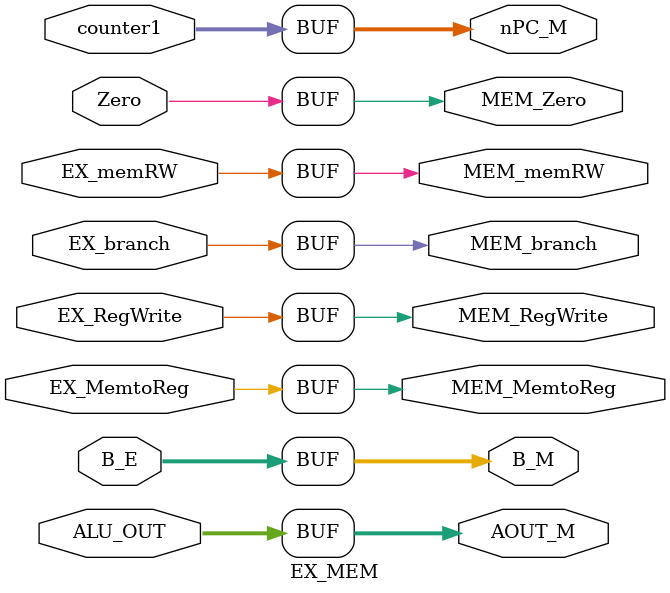
<source format=v>
module EX_MEM (counter1, Zero, ALU_OUT, B_E, EX_branch, EX_memRW, EX_MemtoReg, EX_RegWrite,
nPC_M, MEM_Zero, AOUT_M, B_M, MEM_branch, MEM_memRW, MEM_MemtoReg, MEM_RegWrite);

    input [31:0] counter1;
    input Zero;
    input [31:0] ALU_OUT;
    input [31:0] B_E;
    input EX_branch;
    input EX_memRW;
    input EX_MemtoReg;
    input EX_RegWrite;

    output reg [31:0] nPC_M;
    output reg MEM_Zero;
    output reg [31:0] AOUT_M;
    output reg [31:0] B_M;
    output reg MEM_branch;
    output reg MEM_memRW;
    output reg MEM_MemtoReg;
    output reg MEM_RegWrite;

    always @(*) begin
        nPC_M <= counter1;
        MEM_Zero <= Zero;
        AOUT_M <= ALU_OUT;
        B_M <= B_E;
        MEM_branch <= EX_branch;
        MEM_memRW <= EX_memRW;
        MEM_MemtoReg <= EX_MemtoReg;
        MEM_RegWrite <= EX_RegWrite;
    end


endmodule
</source>
